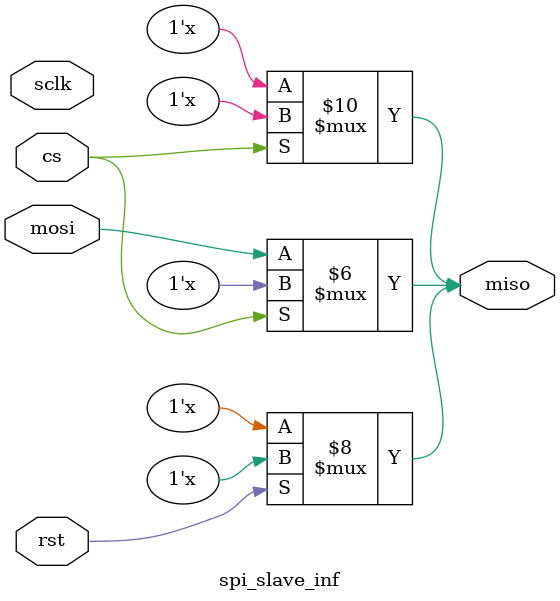
<source format=v>
module spi_slave_inf (input wire cs,   // Chip select (active low)
                      input wire sclk, // Serial clock
                      input wire mosi, // Master Out Slave In
                      output reg miso,
                      input wire rst); //Master In Slave Out
    always @(cs) begin
        if (cs)begin
            miso <= 1'bz;
            
        end
    end
    // reg buff;
    always@(rst)begin
        if (rst)begin
            miso <= 1'bz;
        end
    end
    // always @(negedge sclk)begin
    //     if (!cs)begin
    //         buff <= mosi;
    
    //     end
    // end
    always @(*) begin
        if (!cs)begin
            miso <= mosi;
        end
        
    end
    initial begin
        $dumpfile("spi_inf.vcd");
        $dumpvars(0);
    end
endmodule

</source>
